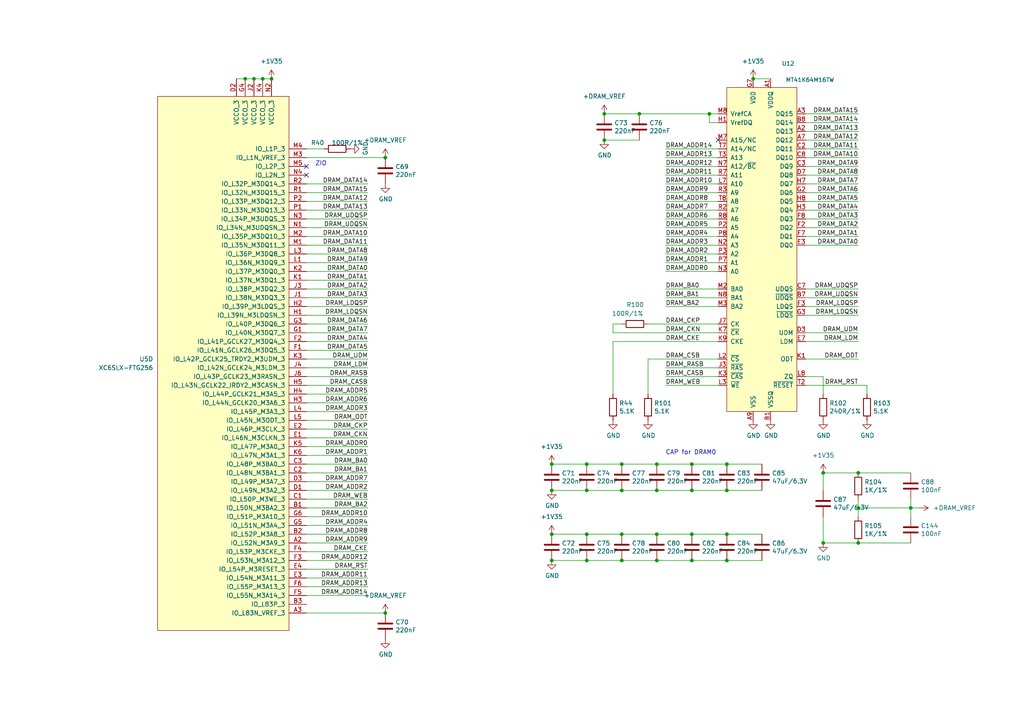
<source format=kicad_sch>
(kicad_sch (version 20231120) (generator "eeschema") (generator_version "8.0")
  (paper "A4")
  (title_block (title "Glider") (date "2024-05-09") (rev "R0.8") (company "Copyright 2024 Wenting Zhang"))
  (junction (at 170.18 142.24) (diameter 0.9144))
  (junction (at 210.82 154.94) (diameter 0.9144))
  (junction (at 71.12 22.86))
  (junction (at 218.44 22.86))
  (junction (at 160.02 142.24) (diameter 0.9144))
  (junction (at 238.76 137.16))
  (junction (at 210.82 134.62) (diameter 0.9144))
  (junction (at 210.82 162.56) (diameter 0.9144))
  (junction (at 160.02 154.94))
  (junction (at 190.5 154.94) (diameter 0.9144))
  (junction (at 185.42 33.02) (diameter 0.9144))
  (junction (at 190.5 162.56) (diameter 0.9144))
  (junction (at 210.82 142.24) (diameter 0.9144))
  (junction (at 170.18 162.56) (diameter 0.9144))
  (junction (at 76.2 22.86))
  (junction (at 248.92 137.16) (diameter 0.9144))
  (junction (at 205.74 33.02))
  (junction (at 248.92 147.32) (diameter 0.9144))
  (junction (at 200.66 142.24) (diameter 0.9144))
  (junction (at 111.76 177.8))
  (junction (at 200.66 154.94) (diameter 0.9144))
  (junction (at 238.76 157.48) (diameter 0.9144))
  (junction (at 264.16 147.32) (diameter 0.9144))
  (junction (at 180.34 162.56) (diameter 0.9144))
  (junction (at 200.66 134.62) (diameter 0.9144))
  (junction (at 73.66 22.86))
  (junction (at 180.34 142.24) (diameter 0.9144))
  (junction (at 190.5 142.24) (diameter 0.9144))
  (junction (at 180.34 154.94) (diameter 0.9144))
  (junction (at 175.26 33.02))
  (junction (at 180.34 134.62) (diameter 0.9144))
  (junction (at 170.18 134.62) (diameter 0.9144))
  (junction (at 78.74 22.86))
  (junction (at 111.76 45.72))
  (junction (at 200.66 162.56) (diameter 0.9144))
  (junction (at 190.5 134.62) (diameter 0.9144))
  (junction (at 175.26 40.64) (diameter 0.9144))
  (junction (at 160.02 134.62))
  (junction (at 170.18 154.94) (diameter 0.9144))
  (junction (at 248.92 157.48) (diameter 0.9144))
  (junction (at 160.02 162.56) (diameter 0.9144))
  (no_connect (at 88.9 50.8))
  (no_connect (at 88.9 48.26))
  (no_connect (at 208.28 40.64))
  (wire (pts (xy 193.04 43.18) (xy 208.28 43.18)))
  (wire (pts (xy 193.04 73.66) (xy 208.28 73.66)))
  (wire (pts (xy 88.9 106.68) (xy 106.68 106.68)))
  (wire (pts (xy 106.68 172.72) (xy 88.9 172.72)))
  (wire (pts (xy 193.04 55.88) (xy 208.28 55.88)))
  (wire (pts (xy 170.18 134.62) (xy 180.34 134.62)))
  (wire (pts (xy 200.66 162.56) (xy 190.5 162.56)))
  (wire (pts (xy 175.26 33.02) (xy 185.42 33.02)))
  (wire (pts (xy 233.68 68.58) (xy 248.92 68.58)))
  (wire (pts (xy 106.68 114.3) (xy 88.9 114.3)))
  (wire (pts (xy 193.04 111.76) (xy 208.28 111.76)))
  (wire (pts (xy 233.68 109.22) (xy 238.76 109.22)))
  (wire (pts (xy 76.2 22.86) (xy 78.74 22.86)))
  (wire (pts (xy 193.04 109.22) (xy 208.28 109.22)))
  (wire (pts (xy 233.68 104.14) (xy 248.92 104.14)))
  (wire (pts (xy 187.96 93.98) (xy 208.28 93.98)))
  (wire (pts (xy 233.68 53.34) (xy 248.92 53.34)))
  (wire (pts (xy 106.68 160.02) (xy 88.9 160.02)))
  (wire (pts (xy 88.9 149.86) (xy 106.68 149.86)))
  (wire (pts (xy 220.98 162.56) (xy 210.82 162.56)))
  (wire (pts (xy 233.68 91.44) (xy 248.92 91.44)))
  (wire (pts (xy 177.8 114.3) (xy 177.8 99.06)))
  (wire (pts (xy 193.04 88.9) (xy 208.28 88.9)))
  (wire (pts (xy 88.9 55.88) (xy 106.68 55.88)))
  (wire (pts (xy 177.8 96.52) (xy 177.8 93.98)))
  (wire (pts (xy 210.82 154.94) (xy 200.66 154.94)))
  (wire (pts (xy 106.68 119.38) (xy 88.9 119.38)))
  (wire (pts (xy 106.68 63.5) (xy 88.9 63.5)))
  (wire (pts (xy 233.68 43.18) (xy 248.92 43.18)))
  (wire (pts (xy 248.92 157.48) (xy 238.76 157.48)))
  (wire (pts (xy 233.68 71.12) (xy 248.92 71.12)))
  (wire (pts (xy 193.04 78.74) (xy 208.28 78.74)))
  (wire (pts (xy 210.82 142.24) (xy 200.66 142.24)))
  (wire (pts (xy 193.04 60.96) (xy 208.28 60.96)))
  (wire (pts (xy 177.8 99.06) (xy 208.28 99.06)))
  (wire (pts (xy 233.68 50.8) (xy 248.92 50.8)))
  (wire (pts (xy 88.9 96.52) (xy 106.68 96.52)))
  (wire (pts (xy 106.68 86.36) (xy 88.9 86.36)))
  (wire (pts (xy 193.04 86.36) (xy 208.28 86.36)))
  (wire (pts (xy 210.82 162.56) (xy 200.66 162.56)))
  (wire (pts (xy 71.12 22.86) (xy 73.66 22.86)))
  (wire (pts (xy 88.9 124.46) (xy 106.68 124.46)))
  (wire (pts (xy 220.98 154.94) (xy 210.82 154.94)))
  (wire (pts (xy 170.18 142.24) (xy 160.02 142.24)))
  (wire (pts (xy 233.68 111.76) (xy 251.46 111.76)))
  (wire (pts (xy 193.04 71.12) (xy 208.28 71.12)))
  (wire (pts (xy 88.9 142.24) (xy 106.68 142.24)))
  (wire (pts (xy 233.68 35.56) (xy 248.92 35.56)))
  (wire (pts (xy 88.9 170.18) (xy 106.68 170.18)))
  (wire (pts (xy 190.5 142.24) (xy 180.34 142.24)))
  (wire (pts (xy 233.68 86.36) (xy 248.92 86.36)))
  (wire (pts (xy 193.04 66.04) (xy 208.28 66.04)))
  (wire (pts (xy 233.68 48.26) (xy 248.92 48.26)))
  (wire (pts (xy 88.9 53.34) (xy 106.68 53.34)))
  (wire (pts (xy 106.68 104.14) (xy 88.9 104.14)))
  (wire (pts (xy 193.04 83.82) (xy 208.28 83.82)))
  (wire (pts (xy 193.04 50.8) (xy 208.28 50.8)))
  (wire (pts (xy 88.9 127) (xy 106.68 127)))
  (wire (pts (xy 220.98 142.24) (xy 210.82 142.24)))
  (wire (pts (xy 177.8 93.98) (xy 180.34 93.98)))
  (wire (pts (xy 106.68 71.12) (xy 88.9 71.12)))
  (wire (pts (xy 170.18 162.56) (xy 160.02 162.56)))
  (wire (pts (xy 251.46 111.76) (xy 251.46 114.3)))
  (wire (pts (xy 106.68 144.78) (xy 88.9 144.78)))
  (wire (pts (xy 106.68 73.66) (xy 88.9 73.66)))
  (wire (pts (xy 233.68 58.42) (xy 248.92 58.42)))
  (wire (pts (xy 88.9 58.42) (xy 106.68 58.42)))
  (wire (pts (xy 233.68 88.9) (xy 248.92 88.9)))
  (wire (pts (xy 88.9 177.8) (xy 111.76 177.8)))
  (wire (pts (xy 68.58 22.86) (xy 71.12 22.86)))
  (wire (pts (xy 187.96 114.3) (xy 187.96 104.14)))
  (wire (pts (xy 205.74 33.02) (xy 208.28 33.02)))
  (wire (pts (xy 187.96 104.14) (xy 208.28 104.14)))
  (wire (pts (xy 106.68 137.16) (xy 88.9 137.16)))
  (wire (pts (xy 106.68 147.32) (xy 88.9 147.32)))
  (wire (pts (xy 233.68 83.82) (xy 248.92 83.82)))
  (wire (pts (xy 193.04 58.42) (xy 208.28 58.42)))
  (wire (pts (xy 170.18 134.62) (xy 160.02 134.62)))
  (wire (pts (xy 248.92 147.32) (xy 248.92 149.86)))
  (wire (pts (xy 106.68 111.76) (xy 88.9 111.76)))
  (wire (pts (xy 233.68 45.72) (xy 248.92 45.72)))
  (wire (pts (xy 88.9 45.72) (xy 111.76 45.72)))
  (wire (pts (xy 180.34 134.62) (xy 190.5 134.62)))
  (wire (pts (xy 106.68 134.62) (xy 88.9 134.62)))
  (wire (pts (xy 88.9 101.6) (xy 106.68 101.6)))
  (wire (pts (xy 248.92 144.78) (xy 248.92 147.32)))
  (wire (pts (xy 193.04 106.68) (xy 208.28 106.68)))
  (wire (pts (xy 220.98 134.62) (xy 210.82 134.62)))
  (wire (pts (xy 193.04 63.5) (xy 208.28 63.5)))
  (wire (pts (xy 264.16 144.78) (xy 264.16 147.32)))
  (wire (pts (xy 218.44 22.86) (xy 223.52 22.86)))
  (wire (pts (xy 264.16 147.32) (xy 264.16 149.86)))
  (wire (pts (xy 88.9 43.18) (xy 93.98 43.18)))
  (wire (pts (xy 238.76 137.16) (xy 238.76 142.24)))
  (wire (pts (xy 233.68 66.04) (xy 248.92 66.04)))
  (wire (pts (xy 233.68 40.64) (xy 248.92 40.64)))
  (wire (pts (xy 170.18 162.56) (xy 180.34 162.56)))
  (wire (pts (xy 170.18 142.24) (xy 180.34 142.24)))
  (wire (pts (xy 193.04 76.2) (xy 208.28 76.2)))
  (wire (pts (xy 106.68 139.7) (xy 88.9 139.7)))
  (wire (pts (xy 180.34 154.94) (xy 190.5 154.94)))
  (wire (pts (xy 190.5 162.56) (xy 180.34 162.56)))
  (wire (pts (xy 88.9 132.08) (xy 106.68 132.08)))
  (wire (pts (xy 177.8 96.52) (xy 208.28 96.52)))
  (wire (pts (xy 264.16 147.32) (xy 266.7 147.32)))
  (wire (pts (xy 88.9 162.56) (xy 106.68 162.56)))
  (wire (pts (xy 248.92 137.16) (xy 264.16 137.16)))
  (wire (pts (xy 233.68 99.06) (xy 248.92 99.06)))
  (wire (pts (xy 233.68 38.1) (xy 248.92 38.1)))
  (wire (pts (xy 106.68 91.44) (xy 88.9 91.44)))
  (wire (pts (xy 264.16 157.48) (xy 248.92 157.48)))
  (wire (pts (xy 200.66 142.24) (xy 190.5 142.24)))
  (wire (pts (xy 238.76 137.16) (xy 248.92 137.16)))
  (wire (pts (xy 106.68 129.54) (xy 88.9 129.54)))
  (wire (pts (xy 210.82 134.62) (xy 200.66 134.62)))
  (wire (pts (xy 106.68 154.94) (xy 88.9 154.94)))
  (wire (pts (xy 88.9 68.58) (xy 106.68 68.58)))
  (wire (pts (xy 233.68 96.52) (xy 248.92 96.52)))
  (wire (pts (xy 88.9 83.82) (xy 106.68 83.82)))
  (wire (pts (xy 88.9 165.1) (xy 106.68 165.1)))
  (wire (pts (xy 73.66 22.86) (xy 76.2 22.86)))
  (wire (pts (xy 205.74 35.56) (xy 205.74 33.02)))
  (wire (pts (xy 106.68 99.06) (xy 88.9 99.06)))
  (wire (pts (xy 233.68 60.96) (xy 248.92 60.96)))
  (wire (pts (xy 233.68 55.88) (xy 248.92 55.88)))
  (wire (pts (xy 88.9 116.84) (xy 106.68 116.84)))
  (wire (pts (xy 193.04 48.26) (xy 208.28 48.26)))
  (wire (pts (xy 238.76 149.86) (xy 238.76 157.48)))
  (wire (pts (xy 88.9 81.28) (xy 106.68 81.28)))
  (wire (pts (xy 238.76 109.22) (xy 238.76 114.3)))
  (wire (pts (xy 200.66 134.62) (xy 190.5 134.62)))
  (wire (pts (xy 106.68 88.9) (xy 88.9 88.9)))
  (wire (pts (xy 185.42 33.02) (xy 205.74 33.02)))
  (wire (pts (xy 106.68 93.98) (xy 88.9 93.98)))
  (wire (pts (xy 88.9 76.2) (xy 106.68 76.2)))
  (wire (pts (xy 170.18 154.94) (xy 160.02 154.94)))
  (wire (pts (xy 185.42 40.64) (xy 175.26 40.64)))
  (wire (pts (xy 106.68 60.96) (xy 88.9 60.96)))
  (wire (pts (xy 233.68 33.02) (xy 248.92 33.02)))
  (wire (pts (xy 88.9 78.74) (xy 106.68 78.74)))
  (wire (pts (xy 193.04 53.34) (xy 208.28 53.34)))
  (wire (pts (xy 233.68 63.5) (xy 248.92 63.5)))
  (wire (pts (xy 208.28 35.56) (xy 205.74 35.56)))
  (wire (pts (xy 106.68 157.48) (xy 88.9 157.48)))
  (wire (pts (xy 88.9 121.92) (xy 106.68 121.92)))
  (wire (pts (xy 193.04 45.72) (xy 208.28 45.72)))
  (wire (pts (xy 88.9 167.64) (xy 106.68 167.64)))
  (wire (pts (xy 88.9 109.22) (xy 106.68 109.22)))
  (wire (pts (xy 200.66 154.94) (xy 190.5 154.94)))
  (wire (pts (xy 248.92 147.32) (xy 264.16 147.32)))
  (wire (pts (xy 106.68 66.04) (xy 88.9 66.04)))
  (wire (pts (xy 170.18 154.94) (xy 180.34 154.94)))
  (wire (pts (xy 88.9 152.4) (xy 106.68 152.4)))
  (wire (pts (xy 193.04 68.58) (xy 208.28 68.58)))
  (text "CAP for DRAM0" (at 193.04 132.08 0) (effects (font (size 1.27 1.27)) (justify left bottom)))
  (text "ZIO" (at 91.44 48.26 0) (effects (font (size 1.27 1.27)) (justify left bottom)))
  (label "DRAM_ADDR12" (at 193.04 48.26 0))
  (label "DRAM_DATA6" (at 106.68 93.98 180))
  (label "DRAM_DATA11" (at 248.92 43.18 180))
  (label "DRAM_DATA13" (at 106.68 60.96 180))
  (label "DRAM_DATA14" (at 106.68 53.34 180))
  (label "DRAM_ADDR13" (at 106.68 170.18 180))
  (label "DRAM_ADDR10" (at 106.68 149.86 180))
  (label "DRAM_BA0" (at 106.68 134.62 180))
  (label "DRAM_WEB" (at 106.68 144.78 180))
  (label "DRAM_RASB" (at 106.68 109.22 180))
  (label "DRAM_DATA0" (at 248.92 71.12 180))
  (label "DRAM_BA2" (at 193.04 88.9 0))
  (label "DRAM_DATA15" (at 248.92 33.02 180))
  (label "DRAM_BA1" (at 193.04 86.36 0))
  (label "DRAM_ADDR6" (at 193.04 63.5 0))
  (label "DRAM_CKN" (at 106.68 127 180))
  (label "DRAM_DATA4" (at 106.68 99.06 180))
  (label "DRAM_DATA3" (at 106.68 86.36 180))
  (label "DRAM_ADDR4" (at 106.68 152.4 180))
  (label "DRAM_UDM" (at 106.68 104.14 180))
  (label "DRAM_DATA5" (at 248.92 58.42 180))
  (label "DRAM_ADDR0" (at 106.68 129.54 180))
  (label "DRAM_DATA10" (at 106.68 68.58 180))
  (label "DRAM_DATA8" (at 248.92 50.8 180))
  (label "DRAM_DATA0" (at 106.68 78.74 180))
  (label "DRAM_DATA8" (at 106.68 73.66 180))
  (label "DRAM_ADDR14" (at 106.68 172.72 180))
  (label "DRAM_LDM" (at 106.68 106.68 180))
  (label "DRAM_ADDR14" (at 193.04 43.18 0))
  (label "DRAM_DATA7" (at 248.92 53.34 180))
  (label "DRAM_ADDR1" (at 106.68 132.08 180))
  (label "DRAM_UDM" (at 248.92 96.52 180))
  (label "DRAM_LDQSN" (at 106.68 91.44 180))
  (label "DRAM_RST" (at 106.68 165.1 180))
  (label "DRAM_ADDR9" (at 193.04 55.88 0))
  (label "DRAM_DATA3" (at 248.92 63.5 180))
  (label "DRAM_DATA14" (at 248.92 35.56 180))
  (label "DRAM_ADDR0" (at 193.04 78.74 0))
  (label "DRAM_UDQSP" (at 106.68 63.5 180))
  (label "DRAM_DATA1" (at 248.92 68.58 180))
  (label "DRAM_CKP" (at 106.68 124.46 180))
  (label "DRAM_CASB" (at 106.68 111.76 180))
  (label "DRAM_ADDR8" (at 193.04 58.42 0))
  (label "DRAM_DATA9" (at 106.68 76.2 180))
  (label "DRAM_CKE" (at 193.04 99.06 0))
  (label "DRAM_DATA13" (at 248.92 38.1 180))
  (label "DRAM_ADDR1" (at 193.04 76.2 0))
  (label "DRAM_LDQSP" (at 106.68 88.9 180))
  (label "DRAM_ADDR6" (at 106.68 116.84 180))
  (label "DRAM_BA2" (at 106.68 147.32 180))
  (label "DRAM_BA0" (at 193.04 83.82 0))
  (label "DRAM_DATA1" (at 106.68 81.28 180))
  (label "DRAM_CKE" (at 106.68 160.02 180))
  (label "DRAM_ADDR11" (at 193.04 50.8 0))
  (label "DRAM_DATA12" (at 248.92 40.64 180))
  (label "DRAM_DATA10" (at 248.92 45.72 180))
  (label "DRAM_DATA12" (at 106.68 58.42 180))
  (label "DRAM_DATA15" (at 106.68 55.88 180))
  (label "DRAM_BA1" (at 106.68 137.16 180))
  (label "DRAM_ADDR3" (at 193.04 71.12 0))
  (label "DRAM_DATA11" (at 106.68 71.12 180))
  (label "DRAM_DATA6" (at 248.92 55.88 180))
  (label "DRAM_ADDR7" (at 193.04 60.96 0))
  (label "DRAM_ADDR11" (at 106.68 167.64 180))
  (label "DRAM_ADDR13" (at 193.04 45.72 0))
  (label "DRAM_ADDR10" (at 193.04 53.34 0))
  (label "DRAM_WEB" (at 193.04 111.76 0))
  (label "DRAM_LDM" (at 248.92 99.06 180))
  (label "DRAM_LDQSN" (at 248.92 91.44 180))
  (label "DRAM_CASB" (at 193.04 109.22 0))
  (label "DRAM_ADDR8" (at 106.68 154.94 180))
  (label "DRAM_ODT" (at 106.68 121.92 180))
  (label "DRAM_CKP" (at 193.04 93.98 0))
  (label "DRAM_UDQSN" (at 248.92 86.36 180))
  (label "DRAM_UDQSP" (at 248.92 83.82 180))
  (label "DRAM_ADDR7" (at 106.68 139.7 180))
  (label "DRAM_ADDR2" (at 106.68 142.24 180))
  (label "DRAM_DATA4" (at 248.92 60.96 180))
  (label "DRAM_CSB" (at 193.04 104.14 0))
  (label "DRAM_RASB" (at 193.04 106.68 0))
  (label "DRAM_DATA9" (at 248.92 48.26 180))
  (label "DRAM_DATA2" (at 248.92 66.04 180))
  (label "DRAM_CKN" (at 193.04 96.52 0))
  (label "DRAM_DATA7" (at 106.68 96.52 180))
  (label "DRAM_DATA2" (at 106.68 83.82 180))
  (label "DRAM_LDQSP" (at 248.92 88.9 180))
  (label "DRAM_ADDR3" (at 106.68 119.38 180))
  (label "DRAM_ADDR4" (at 193.04 68.58 0))
  (label "DRAM_ADDR12" (at 106.68 162.56 180))
  (label "DRAM_ADDR2" (at 193.04 73.66 0))
  (label "DRAM_ADDR9" (at 106.68 157.48 180))
  (label "DRAM_ADDR5" (at 106.68 114.3 180))
  (label "DRAM_ODT" (at 248.92 104.14 180))
  (label "DRAM_UDQSN" (at 106.68 66.04 180))
  (label "DRAM_RST" (at 248.92 111.76 180))
  (label "DRAM_ADDR5" (at 193.04 66.04 0))
  (label "DRAM_DATA5" (at 106.68 101.6 180))
  (symbol (lib_id "Device:R") (at 184.15 93.98 90) (unit 1)
    (property "Reference" "R100" (at 186.7916 88.392 90) (effects (justify left)))
    (property "Value" "100R/1%" (at 186.563 90.932 90) (effects (justify left)))
    (property "Footprint" "Resistor_SMD:R_0402_1005Metric" (effects (hide yes)))
    (property "Ref.Price" "0.001" (effects (hide yes)))
  )
  (symbol (lib_id "Device:R") (at 248.92 140.97 0) (unit 1)
    (property "Reference" "R104" (at 250.698 139.8016 0) (effects (justify left)))
    (property "Value" "1K/1%" (at 250.698 142.113 0) (effects (justify left)))
    (property "Footprint" "Resistor_SMD:R_0402_1005Metric" (effects (hide yes)))
    (property "Ref.Price" "0.0025" (effects (hide yes)))
  )
  (symbol (lib_id "symbols:+V") (at 111.76 177.8 0) (unit 1)
    (property "Reference" "#PWR0118" (effects (hide yes)))
    (property "Value" "+DRAM_VREF" (at 111.76 172.72 0))
  )
  (symbol (lib_id "Device:R") (at 238.76 118.11 0) (unit 1)
    (property "Reference" "R102" (at 240.538 116.9416 0) (effects (justify left)))
    (property "Value" "240R/1%" (at 240.538 119.253 0) (effects (justify left)))
    (property "Footprint" "Resistor_SMD:R_0402_1005Metric" (effects (hide yes)))
    (property "Ref.Price" "0.0009" (effects (hide yes)))
  )
  (symbol (lib_id "Device:C") (at 190.5 158.75 0) (unit 1)
    (property "Reference" "C80" (at 193.421 157.5816 0) (effects (justify left)))
    (property "Value" "220nF" (at 193.421 159.893 0) (effects (justify left)))
    (property "Footprint" "Capacitor_SMD:C_0402_1005Metric" (effects (hide yes)))
    (property "Ref.Price" "0.0036" (effects (hide yes)))
  )
  (symbol (lib_id "Device:C") (at 175.26 36.83 0) (unit 1)
    (property "Reference" "C73" (at 178.181 35.6616 0) (effects (justify left)))
    (property "Value" "220nF" (at 178.181 37.973 0) (effects (justify left)))
    (property "Footprint" "Capacitor_SMD:C_0402_1005Metric" (effects (hide yes)))
    (property "Ref.Price" "0.0036" (effects (hide yes)))
  )
  (symbol (lib_id "Device:R") (at 177.8 118.11 0) (unit 1)
    (property "Reference" "R44" (at 179.578 116.9416 0) (effects (justify left)))
    (property "Value" "5.1K" (at 179.578 119.253 0) (effects (justify left)))
    (property "Footprint" "Resistor_SMD:R_0402_1005Metric" (effects (hide yes)))
    (property "Ref.Price" "0.0006" (effects (hide yes)))
  )
  (symbol (lib_id "Device:C") (at 264.16 153.67 0) (unit 1)
    (property "Reference" "C144" (at 267.081 152.5016 0) (effects (justify left)))
    (property "Value" "100nF" (at 267.081 154.813 0) (effects (justify left)))
    (property "Footprint" "Capacitor_SMD:C_0402_1005Metric" (effects (hide yes)))
    (property "Ref.Price" "0.0023" (effects (hide yes)))
  )
  (symbol (lib_id "symbols:+V") (at 266.7 147.32 270) (unit 1)
    (property "Reference" "#PWR0170" (effects (hide yes)))
    (property "Value" "+DRAM_VREF" (at 276.86 147.32 90))
  )
  (symbol (lib_id "Device:C") (at 160.02 138.43 0) (unit 1)
    (property "Reference" "C71" (at 162.941 137.2616 0) (effects (justify left)))
    (property "Value" "220nF" (at 162.941 139.573 0) (effects (justify left)))
    (property "Footprint" "Capacitor_SMD:C_0402_1005Metric" (effects (hide yes)))
    (property "Ref.Price" "0.0036" (effects (hide yes)))
  )
  (symbol (lib_id "power:GND") (at 177.8 121.92 0) (unit 1)
    (property "Reference" "#PWR0235" (effects (hide yes)))
    (property "Value" "GND" (at 177.927 126.3142 0))
  )
  (symbol (lib_id "Device:C") (at 170.18 138.43 0) (unit 1)
    (property "Reference" "C74" (at 173.101 137.2616 0) (effects (justify left)))
    (property "Value" "220nF" (at 173.101 139.573 0) (effects (justify left)))
    (property "Footprint" "Capacitor_SMD:C_0402_1005Metric" (effects (hide yes)))
    (property "Ref.Price" "0.0036" (effects (hide yes)))
  )
  (symbol (lib_id "Device:R") (at 187.96 118.11 0) (unit 1)
    (property "Reference" "R101" (at 189.738 116.9416 0) (effects (justify left)))
    (property "Value" "5.1K" (at 189.738 119.253 0) (effects (justify left)))
    (property "Footprint" "Resistor_SMD:R_0402_1005Metric" (effects (hide yes)))
    (property "Ref.Price" "0.0006" (effects (hide yes)))
  )
  (symbol (lib_id "power:GND") (at 160.02 142.24 0) (unit 1)
    (property "Reference" "#PWR0230" (effects (hide yes)))
    (property "Value" "GND" (at 160.147 146.6342 0))
  )
  (symbol (lib_id "Device:C") (at 180.34 138.43 0) (unit 1)
    (property "Reference" "C77" (at 183.261 137.2616 0) (effects (justify left)))
    (property "Value" "220nF" (at 183.261 139.573 0) (effects (justify left)))
    (property "Footprint" "Capacitor_SMD:C_0402_1005Metric" (effects (hide yes)))
    (property "Ref.Price" "0.0036" (effects (hide yes)))
  )
  (symbol (lib_id "Device:C") (at 111.76 49.53 0) (unit 1)
    (property "Reference" "C69" (at 114.681 48.3616 0) (effects (justify left)))
    (property "Value" "220nF" (at 114.681 50.673 0) (effects (justify left)))
    (property "Footprint" "Capacitor_SMD:C_0402_1005Metric" (effects (hide yes)))
    (property "Ref.Price" "0.0036" (effects (hide yes)))
  )
  (symbol (lib_id "Device:C") (at 220.98 158.75 0) (unit 1)
    (property "Reference" "C86" (at 223.901 157.5816 0) (effects (justify left)))
    (property "Value" "47uF/6.3V" (at 223.901 159.893 0) (effects (justify left)))
    (property "Footprint" "Capacitor_SMD:C_0603_1608Metric" (effects (hide yes)))
    (property "Ref.Price" "0.0301" (effects (hide yes)))
  )
  (symbol (lib_id "symbols:+V") (at 111.76 45.72 0) (unit 1)
    (property "Reference" "#PWR0133" (effects (hide yes)))
    (property "Value" "+DRAM_VREF" (at 111.76 40.64 0))
  )
  (symbol (lib_id "power:GND") (at 175.26 40.64 0) (unit 1)
    (property "Reference" "#PWR0234" (effects (hide yes)))
    (property "Value" "GND" (at 175.387 45.0342 0))
  )
  (symbol (lib_id "power:GND") (at 160.02 162.56 0) (unit 1)
    (property "Reference" "#PWR0232" (effects (hide yes)))
    (property "Value" "GND" (at 160.147 166.9542 0))
  )
  (symbol (lib_id "Device:R") (at 97.79 43.18 90) (unit 1)
    (property "Reference" "R40" (at 94.0816 41.402 90) (effects (justify left)))
    (property "Value" "100R/1%" (at 105.283 41.402 90) (effects (justify left)))
    (property "Footprint" "Resistor_SMD:R_0402_1005Metric" (effects (hide yes)))
    (property "Ref.Price" "0.0007" (effects (hide yes)))
  )
  (symbol (lib_id "power:GND") (at 111.76 53.34 0) (unit 1)
    (property "Reference" "#PWR0142" (effects (hide yes)))
    (property "Value" "GND" (at 111.887 57.7342 0))
  )
  (symbol (lib_id "Device:C") (at 111.76 181.61 0) (unit 1)
    (property "Reference" "C70" (at 114.681 180.4416 0) (effects (justify left)))
    (property "Value" "220nF" (at 114.681 182.753 0) (effects (justify left)))
    (property "Footprint" "Capacitor_SMD:C_0402_1005Metric" (effects (hide yes)))
    (property "Ref.Price" "0.0036" (effects (hide yes)))
  )
  (symbol (lib_id "Device:C") (at 210.82 138.43 0) (unit 1)
    (property "Reference" "C83" (at 213.741 137.2616 0) (effects (justify left)))
    (property "Value" "220nF" (at 213.741 139.573 0) (effects (justify left)))
    (property "Footprint" "Capacitor_SMD:C_0402_1005Metric" (effects (hide yes)))
    (property "Ref.Price" "0.0036" (effects (hide yes)))
  )
  (symbol (lib_id "symbols:+V") (at 160.02 154.94 0) (unit 1)
    (property "Reference" "#PWR0139" (effects (hide yes)))
    (property "Value" "+1V35" (at 160.02 149.86 0))
  )
  (symbol (lib_id "symbols:+V") (at 160.02 134.62 0) (unit 1)
    (property "Reference" "#PWR0137" (effects (hide yes)))
    (property "Value" "+1V35" (at 160.02 129.54 0))
  )
  (symbol (lib_id "power:GND") (at 251.46 121.92 0) (unit 1)
    (property "Reference" "#PWR0246" (effects (hide yes)))
    (property "Value" "GND" (at 251.587 126.3142 0))
  )
  (symbol (lib_id "symbols:MT41K256M16HA") (at 220.98 22.86 0) (unit 1)
    (property "Reference" "U12" (at 228.6 18.415 0) (effects (font (size 1.1938 1.1938))))
    (property "Value" "MT41K64M16TW" (at 234.95 23.1648 0) (effects (font (size 1.1938 1.1938))))
    (property "Footprint" "footprints:BGA-96_9.0x14.0mm_P0.8mm" (effects (hide yes)))
    (property "Ref.Price" "3.2405" (effects (hide yes)))
  )
  (symbol (lib_id "symbols:+V") (at 175.26 33.02 0) (unit 1)
    (property "Reference" "#PWR0100" (effects (hide yes)))
    (property "Value" "+DRAM_VREF" (at 175.26 27.94 0))
  )
  (symbol (lib_id "Device:R") (at 251.46 118.11 0) (unit 1)
    (property "Reference" "R103" (at 253.238 116.9416 0) (effects (justify left)))
    (property "Value" "5.1K" (at 253.238 119.253 0) (effects (justify left)))
    (property "Footprint" "Resistor_SMD:R_0402_1005Metric" (effects (hide yes)))
    (property "Ref.Price" "0.0006" (effects (hide yes)))
  )
  (symbol (lib_id "Device:C") (at 220.98 138.43 0) (unit 1)
    (property "Reference" "C85" (at 223.901 137.2616 0) (effects (justify left)))
    (property "Value" "47uF/6.3V" (at 223.901 139.573 0) (effects (justify left)))
    (property "Footprint" "Capacitor_SMD:C_0603_1608Metric" (effects (hide yes)))
    (property "Ref.Price" "0.0301" (effects (hide yes)))
  )
  (symbol (lib_id "Device:R") (at 248.92 153.67 0) (unit 1)
    (property "Reference" "R105" (at 250.698 152.5016 0) (effects (justify left)))
    (property "Value" "1K/1%" (at 250.698 154.813 0) (effects (justify left)))
    (property "Footprint" "Resistor_SMD:R_0402_1005Metric" (effects (hide yes)))
    (property "Ref.Price" "0.0025" (effects (hide yes)))
  )
  (symbol (lib_id "power:GND") (at 218.44 121.92 0) (unit 1)
    (property "Reference" "#PWR0238" (effects (hide yes)))
    (property "Value" "GND" (at 218.567 126.3142 0))
  )
  (symbol (lib_id "Device:C") (at 210.82 158.75 0) (unit 1)
    (property "Reference" "C84" (at 213.741 157.5816 0) (effects (justify left)))
    (property "Value" "220nF" (at 213.741 159.893 0) (effects (justify left)))
    (property "Footprint" "Capacitor_SMD:C_0402_1005Metric" (effects (hide yes)))
    (property "Ref.Price" "0.0036" (effects (hide yes)))
  )
  (symbol (lib_id "Device:C") (at 200.66 158.75 0) (unit 1)
    (property "Reference" "C82" (at 203.581 157.5816 0) (effects (justify left)))
    (property "Value" "220nF" (at 203.581 159.893 0) (effects (justify left)))
    (property "Footprint" "Capacitor_SMD:C_0402_1005Metric" (effects (hide yes)))
    (property "Ref.Price" "0.0036" (effects (hide yes)))
  )
  (symbol (lib_id "Device:C") (at 200.66 138.43 0) (unit 1)
    (property "Reference" "C81" (at 203.581 137.2616 0) (effects (justify left)))
    (property "Value" "220nF" (at 203.581 139.573 0) (effects (justify left)))
    (property "Footprint" "Capacitor_SMD:C_0402_1005Metric" (effects (hide yes)))
    (property "Ref.Price" "0.0036" (effects (hide yes)))
  )
  (symbol (lib_id "power:GND") (at 187.96 121.92 0) (unit 1)
    (property "Reference" "#PWR0236" (effects (hide yes)))
    (property "Value" "GND" (at 188.087 126.3142 0))
  )
  (symbol (lib_id "symbols:XC6SLX-FTG256") (at 63.5 104.14 0) (unit 4)
    (property "Reference" "U5" (at 44.45 104.1399 0) (effects (justify right)))
    (property "Value" "XC6SLX-FTG256" (at 44.45 106.6799 0) (effects (justify right)))
    (property "Description" "Spartan 6 LX 16 XC6SLX16-FTG256" (effects (hide yes)))
  )
  (symbol (lib_id "Device:C") (at 185.42 36.83 0) (unit 1)
    (property "Reference" "C76" (at 188.341 35.6616 0) (effects (justify left)))
    (property "Value" "220nF" (at 188.341 37.973 0) (effects (justify left)))
    (property "Footprint" "Capacitor_SMD:C_0402_1005Metric" (effects (hide yes)))
    (property "Ref.Price" "0.0036" (effects (hide yes)))
  )
  (symbol (lib_id "power:GND") (at 111.76 185.42 0) (unit 1)
    (property "Reference" "#PWR0168" (effects (hide yes)))
    (property "Value" "GND" (at 111.887 189.8142 0))
  )
  (symbol (lib_id "power:GND") (at 101.6 43.18 90) (unit 1)
    (property "Reference" "#PWR0119" (effects (hide yes)))
    (property "Value" "GND" (at 105.9942 43.053 0))
  )
  (symbol (lib_id "Device:C") (at 180.34 158.75 0) (unit 1)
    (property "Reference" "C78" (at 183.261 157.5816 0) (effects (justify left)))
    (property "Value" "220nF" (at 183.261 159.893 0) (effects (justify left)))
    (property "Footprint" "Capacitor_SMD:C_0402_1005Metric" (effects (hide yes)))
    (property "Ref.Price" "0.0036" (effects (hide yes)))
  )
  (symbol (lib_id "Device:C") (at 190.5 138.43 0) (unit 1)
    (property "Reference" "C79" (at 193.421 137.2616 0) (effects (justify left)))
    (property "Value" "220nF" (at 193.421 139.573 0) (effects (justify left)))
    (property "Footprint" "Capacitor_SMD:C_0402_1005Metric" (effects (hide yes)))
    (property "Ref.Price" "0.0036" (effects (hide yes)))
  )
  (symbol (lib_id "Device:C") (at 264.16 140.97 0) (unit 1)
    (property "Reference" "C88" (at 267.081 139.8016 0) (effects (justify left)))
    (property "Value" "100nF" (at 267.081 142.113 0) (effects (justify left)))
    (property "Footprint" "Capacitor_SMD:C_0402_1005Metric" (effects (hide yes)))
    (property "Ref.Price" "0.0023" (effects (hide yes)))
  )
  (symbol (lib_id "power:GND") (at 223.52 121.92 0) (unit 1)
    (property "Reference" "#PWR0239" (effects (hide yes)))
    (property "Value" "GND" (at 223.647 126.3142 0))
  )
  (symbol (lib_id "Device:C") (at 170.18 158.75 0) (unit 1)
    (property "Reference" "C75" (at 173.101 157.5816 0) (effects (justify left)))
    (property "Value" "220nF" (at 173.101 159.893 0) (effects (justify left)))
    (property "Footprint" "Capacitor_SMD:C_0402_1005Metric" (effects (hide yes)))
    (property "Ref.Price" "0.0036" (effects (hide yes)))
  )
  (symbol (lib_id "symbols:+V") (at 218.44 22.86 0) (unit 1)
    (property "Reference" "#PWR042" (effects (hide yes)))
    (property "Value" "+1V35" (at 218.44 17.78 0))
  )
  (symbol (lib_id "symbols:+V") (at 78.74 22.86 0) (unit 1)
    (property "Reference" "#PWR039" (effects (hide yes)))
    (property "Value" "+1V35" (at 78.74 17.78 0))
  )
  (symbol (lib_id "Device:C") (at 238.76 146.05 0) (unit 1)
    (property "Reference" "C87" (at 241.681 144.8816 0) (effects (justify left)))
    (property "Value" "47uF/6.3V" (at 241.681 147.193 0) (effects (justify left)))
    (property "Footprint" "Capacitor_SMD:C_0603_1608Metric" (effects (hide yes)))
    (property "Ref.Price" "0.0165" (effects (hide yes)))
  )
  (symbol (lib_id "power:GND") (at 238.76 121.92 0) (unit 1)
    (property "Reference" "#PWR0240" (effects (hide yes)))
    (property "Value" "GND" (at 238.887 126.3142 0))
  )
  (symbol (lib_id "power:GND") (at 238.76 157.48 0) (unit 1)
    (property "Reference" "#PWR0244" (effects (hide yes)))
    (property "Value" "GND" (at 238.887 161.8742 0))
  )
  (symbol (lib_id "Device:C") (at 160.02 158.75 0) (unit 1)
    (property "Reference" "C72" (at 162.941 157.5816 0) (effects (justify left)))
    (property "Value" "220nF" (at 162.941 159.893 0) (effects (justify left)))
    (property "Footprint" "Capacitor_SMD:C_0402_1005Metric" (effects (hide yes)))
    (property "Ref.Price" "0.0036" (effects (hide yes)))
  )
  (symbol (lib_id "symbols:+V") (at 238.76 137.16 0) (unit 1)
    (property "Reference" "#PWR0144" (effects (hide yes)))
    (property "Value" "+1V35" (at 238.76 132.08 0))
  )
)
</source>
